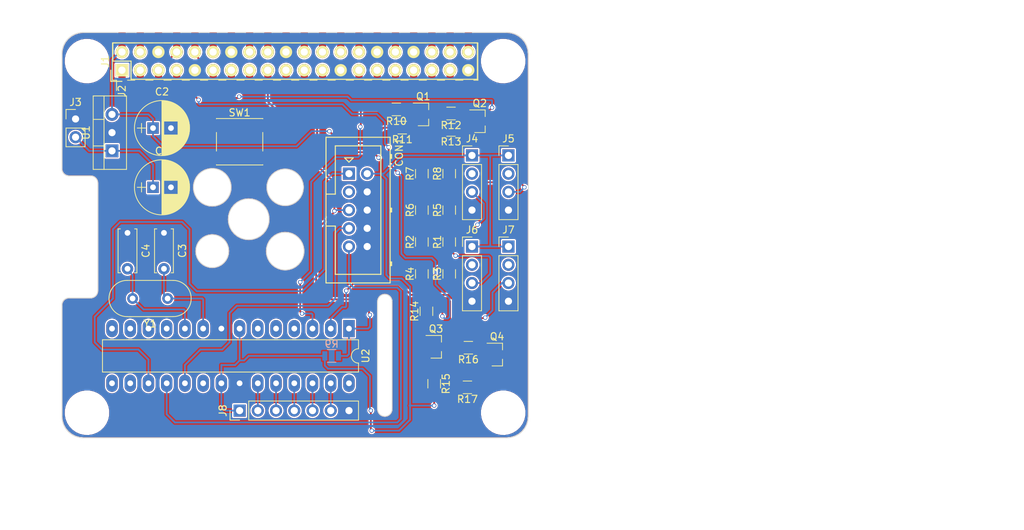
<source format=kicad_pcb>
(kicad_pcb (version 4) (host pcbnew 4.0.7)
  (layers (0 F.Cu signal) (31 B.Cu signal) (34 B.Paste user) (35 F.Paste user) (36 B.SilkS user) (37 F.SilkS user) (38 B.Mask user) (39 F.Mask user) (44 Edge.Cuts user))
  (net 0 "")
  (net 1 GND)
  (net 2 BCM2_SDA)
  (net 3 BCM3_SCL)
  (net 4 BCM4_GPCLK0)
  (net 5 +3V3)
  (net 6 +5V)
  (net 7 BCM14_TXD)
  (net 8 BCM15_RXD)
  (net 9 BCM17)
  (net 10 BCM18_PCM_C)
  (net 11 BCM27_PCM_D)
  (net 12 BCM22)
  (net 13 BCM23)
  (net 14 BCM24)
  (net 15 BCM10_MOSI)
  (net 16 BCM9_MISO)
  (net 17 BCM25)
  (net 18 BCM11_SCLK)
  (net 19 BCM8_CE0)
  (net 20 BCM7_CE1)
  (net 21 BCM0_ID_SD)
  (net 22 BCM1_ID_SC)
  (net 23 BCM5)
  (net 24 BCM6)
  (net 25 BCM12)
  (net 26 BCM13)
  (net 27 BCM19_MISO)
  (net 28 BCM16)
  (net 29 BCM26)
  (net 30 BCM20_MOSI)
  (net 31 BCM21_SCLK)
  (net 32 +7.5V)
  (net 33 TRIG_4)
  (net 34 "Net-(J4-Pad3)")
  (net 35 TRIG_2)
  (net 36 "Net-(J5-Pad3)")
  (net 37 TRIG_1)
  (net 38 "Net-(J6-Pad3)")
  (net 39 TRIG_3)
  (net 40 "Net-(J7-Pad3)")
  (net 41 ECHO_1)
  (net 42 ECHO_3)
  (net 43 ECHO_4)
  (net 44 ECHO_2)
  (net 45 "Net-(C3-Pad2)")
  (net 46 "Net-(C4-Pad2)")
  (net 47 MOSI)
  (net 48 "Net-(CON1-Pad3)")
  (net 49 RESET_CONTR)
  (net 50 SCK)
  (net 51 MISO)
  (net 52 A0)
  (net 53 A1)
  (net 54 A2)
  (net 55 A3)
  (net 56 A4)
  (net 57 "Net-(U2-Pad15)")
  (net 58 RXD_CONTR)
  (net 59 "Net-(U2-Pad16)")
  (net 60 TXD_CONTR)
  (net 61 "Net-(U2-Pad4)")
  (net 62 "Net-(U2-Pad5)")
  (net 63 "Net-(U2-Pad6)")
  (net 64 "Net-(U2-Pad11)")
  (net 65 "Net-(U2-Pad12)")
  (net 66 "Net-(U2-Pad13)")
  (net 67 "Net-(U2-Pad14)")
  (net 68 A5)
  (net 69 "Net-(Q1-Pad1)")
  (net 70 "Net-(Q3-Pad1)")
  (net 71 "Net-(Q1-Pad3)")
  (net 72 "Net-(Q2-Pad1)")
  (net 73 "Net-(Q3-Pad3)")
  (net 74 "Net-(Q4-Pad1)")
  (module RPi_Hat:Pin_Header_Straight_2x20 (layer F.Cu) (at 131.56 67.5 90)
    (fp_text reference J2 (at -4.191 -24.13 270) (layer F.SilkS))
    (fp_text value RPi_GPIO)
    (pad 1 thru_hole rect (at -1.27 -24.13 90) (size 1.7272 1.7272) (drill 1.016) (layers *.Cu *.Mask F.SilkS) (net 5 +3V3))
    (pad 2 thru_hole oval (at 1.27 -24.13 90) (size 1.7272 1.7272) (drill 1.016) (layers *.Cu *.Mask F.SilkS) (net 6 +5V))
    (pad 3 thru_hole oval (at -1.27 -21.59 90) (size 1.7272 1.7272) (drill 1.016) (layers *.Cu *.Mask F.SilkS) (net 2 BCM2_SDA))
    (pad 4 thru_hole oval (at 1.27 -21.59 90) (size 1.7272 1.7272) (drill 1.016) (layers *.Cu *.Mask F.SilkS) (net 6 +5V))
    (pad 5 thru_hole oval (at -1.27 -19.05 90) (size 1.7272 1.7272) (drill 1.016) (layers *.Cu *.Mask F.SilkS) (net 3 BCM3_SCL))
    (pad 6 thru_hole oval (at 1.27 -19.05 90) (size 1.7272 1.7272) (drill 1.016) (layers *.Cu *.Mask F.SilkS) (net 1 GND))
    (pad 7 thru_hole oval (at -1.27 -16.51 90) (size 1.7272 1.7272) (drill 1.016) (layers *.Cu *.Mask F.SilkS) (net 4 BCM4_GPCLK0))
    (pad 8 thru_hole oval (at 1.27 -16.51 90) (size 1.7272 1.7272) (drill 1.016) (layers *.Cu *.Mask F.SilkS) (net 7 BCM14_TXD))
    (pad 9 thru_hole oval (at -1.27 -13.97 90) (size 1.7272 1.7272) (drill 1.016) (layers *.Cu *.Mask F.SilkS) (net 1 GND))
    (pad 10 thru_hole oval (at 1.27 -13.97 90) (size 1.7272 1.7272) (drill 1.016) (layers *.Cu *.Mask F.SilkS) (net 8 BCM15_RXD))
    (pad 11 thru_hole oval (at -1.27 -11.43 90) (size 1.7272 1.7272) (drill 1.016) (layers *.Cu *.Mask F.SilkS) (net 9 BCM17))
    (pad 12 thru_hole oval (at 1.27 -11.43 90) (size 1.7272 1.7272) (drill 1.016) (layers *.Cu *.Mask F.SilkS) (net 10 BCM18_PCM_C))
    (pad 13 thru_hole oval (at -1.27 -8.89 90) (size 1.7272 1.7272) (drill 1.016) (layers *.Cu *.Mask F.SilkS) (net 11 BCM27_PCM_D))
    (pad 14 thru_hole oval (at 1.27 -8.89 90) (size 1.7272 1.7272) (drill 1.016) (layers *.Cu *.Mask F.SilkS) (net 1 GND))
    (pad 15 thru_hole oval (at -1.27 -6.35 90) (size 1.7272 1.7272) (drill 1.016) (layers *.Cu *.Mask F.SilkS) (net 12 BCM22))
    (pad 16 thru_hole oval (at 1.27 -6.35 90) (size 1.7272 1.7272) (drill 1.016) (layers *.Cu *.Mask F.SilkS) (net 13 BCM23))
    (pad 17 thru_hole oval (at -1.27 -3.81 90) (size 1.7272 1.7272) (drill 1.016) (layers *.Cu *.Mask F.SilkS) (net 5 +3V3))
    (pad 18 thru_hole oval (at 1.27 -3.81 90) (size 1.7272 1.7272) (drill 1.016) (layers *.Cu *.Mask F.SilkS) (net 14 BCM24))
    (pad 19 thru_hole oval (at -1.27 -1.27 90) (size 1.7272 1.7272) (drill 1.016) (layers *.Cu *.Mask F.SilkS) (net 15 BCM10_MOSI))
    (pad 20 thru_hole oval (at 1.27 -1.27 90) (size 1.7272 1.7272) (drill 1.016) (layers *.Cu *.Mask F.SilkS) (net 1 GND))
    (pad 21 thru_hole oval (at -1.27 1.27 90) (size 1.7272 1.7272) (drill 1.016) (layers *.Cu *.Mask F.SilkS) (net 16 BCM9_MISO))
    (pad 22 thru_hole oval (at 1.27 1.27 90) (size 1.7272 1.7272) (drill 1.016) (layers *.Cu *.Mask F.SilkS) (net 17 BCM25))
    (pad 23 thru_hole oval (at -1.27 3.81 90) (size 1.7272 1.7272) (drill 1.016) (layers *.Cu *.Mask F.SilkS) (net 18 BCM11_SCLK))
    (pad 24 thru_hole oval (at 1.27 3.81 90) (size 1.7272 1.7272) (drill 1.016) (layers *.Cu *.Mask F.SilkS) (net 19 BCM8_CE0))
    (pad 25 thru_hole oval (at -1.27 6.35 90) (size 1.7272 1.7272) (drill 1.016) (layers *.Cu *.Mask F.SilkS) (net 1 GND))
    (pad 26 thru_hole oval (at 1.27 6.35 90) (size 1.7272 1.7272) (drill 1.016) (layers *.Cu *.Mask F.SilkS) (net 20 BCM7_CE1))
    (pad 27 thru_hole oval (at -1.27 8.89 90) (size 1.7272 1.7272) (drill 1.016) (layers *.Cu *.Mask F.SilkS) (net 21 BCM0_ID_SD))
    (pad 28 thru_hole oval (at 1.27 8.89 90) (size 1.7272 1.7272) (drill 1.016) (layers *.Cu *.Mask F.SilkS) (net 22 BCM1_ID_SC))
    (pad 29 thru_hole oval (at -1.27 11.43 90) (size 1.7272 1.7272) (drill 1.016) (layers *.Cu *.Mask F.SilkS) (net 23 BCM5))
    (pad 30 thru_hole oval (at 1.27 11.43 90) (size 1.7272 1.7272) (drill 1.016) (layers *.Cu *.Mask F.SilkS) (net 1 GND))
    (pad 31 thru_hole oval (at -1.27 13.97 90) (size 1.7272 1.7272) (drill 1.016) (layers *.Cu *.Mask F.SilkS) (net 24 BCM6))
    (pad 32 thru_hole oval (at 1.27 13.97 90) (size 1.7272 1.7272) (drill 1.016) (layers *.Cu *.Mask F.SilkS) (net 25 BCM12))
    (pad 33 thru_hole oval (at -1.27 16.51 90) (size 1.7272 1.7272) (drill 1.016) (layers *.Cu *.Mask F.SilkS) (net 26 BCM13))
    (pad 34 thru_hole oval (at 1.27 16.51 90) (size 1.7272 1.7272) (drill 1.016) (layers *.Cu *.Mask F.SilkS) (net 1 GND))
    (pad 35 thru_hole oval (at -1.27 19.05 90) (size 1.7272 1.7272) (drill 1.016) (layers *.Cu *.Mask F.SilkS) (net 27 BCM19_MISO))
    (pad 36 thru_hole oval (at 1.27 19.05 90) (size 1.7272 1.7272) (drill 1.016) (layers *.Cu *.Mask F.SilkS) (net 28 BCM16))
    (pad 37 thru_hole oval (at -1.27 21.59 90) (size 1.7272 1.7272) (drill 1.016) (layers *.Cu *.Mask F.SilkS) (net 29 BCM26))
    (pad 38 thru_hole oval (at 1.27 21.59 90) (size 1.7272 1.7272) (drill 1.016) (layers *.Cu *.Mask F.SilkS) (net 30 BCM20_MOSI))
    (pad 39 thru_hole oval (at -1.27 24.13 90) (size 1.7272 1.7272) (drill 1.016) (layers *.Cu *.Mask F.SilkS) (net 1 GND))
    (pad 40 thru_hole oval (at 1.27 24.13 90) (size 1.7272 1.7272) (drill 1.016) (layers *.Cu *.Mask F.SilkS) (net 31 BCM21_SCLK))
  )
  (module RPi_Hat:RPi_Hat_Mounting_Hole (layer F.Cu) (at 160.56 67.5)
    (fp_text reference "" hide)
    (fp_text value "" hide)
    (pad "" np_thru_hole circle (at 0 0) (size 2.75 2.75) (drill 2.75) (layers *.Cu *.Mask) (clearance 1.725))
  )
  (module RPi_Hat:RPi_Hat_Mounting_Hole (layer F.Cu) (at 160.56 116.5)
    (fp_text reference "" hide)
    (fp_text value "" hide)
    (pad "" np_thru_hole circle (at 0 0) (size 2.75 2.75) (drill 2.75) (layers *.Cu *.Mask) (clearance 1.725))
  )
  (module RPi_Hat:RPi_Hat_Mounting_Hole (layer F.Cu) (at 102.56 116.5)
    (fp_text reference "" hide)
    (fp_text value "" hide)
    (pad "" np_thru_hole circle (at 0 0) (size 2.75 2.75) (drill 2.75) (layers *.Cu *.Mask) (clearance 1.725))
  )
  (module RPi_Hat:RPi_Hat_Mounting_Hole (layer F.Cu) (at 102.56 67.5)
    (fp_text reference "" hide)
    (fp_text value "" hide)
    (pad "" np_thru_hole circle (at 0 0) (size 2.75 2.75) (drill 2.75) (layers *.Cu *.Mask) (clearance 1.725))
  )
  (module Pin_Headers:Pin_Header_Straight_2x20_Pitch2.54mm_SMD (layer F.Cu) (at 131.572 67.564 90)
    (fp_text reference J1 (at 0 -26.46 90) (layer F.SilkS))
    (fp_text value Conn_02x20_Odd_Even)
    (pad 1 smd rect (at -2.525 -24.13 90) (size 3.15 1) (layers F.Cu F.Paste F.Mask) (net 5 +3V3))
    (pad 2 smd rect (at 2.525 -24.13 90) (size 3.15 1) (layers F.Cu F.Paste F.Mask) (net 6 +5V))
    (pad 3 smd rect (at -2.525 -21.59 90) (size 3.15 1) (layers F.Cu F.Paste F.Mask) (net 2 BCM2_SDA))
    (pad 4 smd rect (at 2.525 -21.59 90) (size 3.15 1) (layers F.Cu F.Paste F.Mask) (net 6 +5V))
    (pad 5 smd rect (at -2.525 -19.05 90) (size 3.15 1) (layers F.Cu F.Paste F.Mask) (net 3 BCM3_SCL))
    (pad 6 smd rect (at 2.525 -19.05 90) (size 3.15 1) (layers F.Cu F.Paste F.Mask) (net 1 GND))
    (pad 7 smd rect (at -2.525 -16.51 90) (size 3.15 1) (layers F.Cu F.Paste F.Mask) (net 4 BCM4_GPCLK0))
    (pad 8 smd rect (at 2.525 -16.51 90) (size 3.15 1) (layers F.Cu F.Paste F.Mask) (net 7 BCM14_TXD))
    (pad 9 smd rect (at -2.525 -13.97 90) (size 3.15 1) (layers F.Cu F.Paste F.Mask) (net 1 GND))
    (pad 10 smd rect (at 2.525 -13.97 90) (size 3.15 1) (layers F.Cu F.Paste F.Mask) (net 8 BCM15_RXD))
    (pad 11 smd rect (at -2.525 -11.43 90) (size 3.15 1) (layers F.Cu F.Paste F.Mask) (net 9 BCM17))
    (pad 12 smd rect (at 2.525 -11.43 90) (size 3.15 1) (layers F.Cu F.Paste F.Mask) (net 10 BCM18_PCM_C))
    (pad 13 smd rect (at -2.525 -8.89 90) (size 3.15 1) (layers F.Cu F.Paste F.Mask) (net 11 BCM27_PCM_D))
    (pad 14 smd rect (at 2.525 -8.89 90) (size 3.15 1) (layers F.Cu F.Paste F.Mask) (net 1 GND))
    (pad 15 smd rect (at -2.525 -6.35 90) (size 3.15 1) (layers F.Cu F.Paste F.Mask) (net 12 BCM22))
    (pad 16 smd rect (at 2.525 -6.35 90) (size 3.15 1) (layers F.Cu F.Paste F.Mask) (net 13 BCM23))
    (pad 17 smd rect (at -2.525 -3.81 90) (size 3.15 1) (layers F.Cu F.Paste F.Mask) (net 5 +3V3))
    (pad 18 smd rect (at 2.525 -3.81 90) (size 3.15 1) (layers F.Cu F.Paste F.Mask) (net 14 BCM24))
    (pad 19 smd rect (at -2.525 -1.27 90) (size 3.15 1) (layers F.Cu F.Paste F.Mask) (net 15 BCM10_MOSI))
    (pad 20 smd rect (at 2.525 -1.27 90) (size 3.15 1) (layers F.Cu F.Paste F.Mask) (net 1 GND))
    (pad 21 smd rect (at -2.525 1.27 90) (size 3.15 1) (layers F.Cu F.Paste F.Mask) (net 16 BCM9_MISO))
    (pad 22 smd rect (at 2.525 1.27 90) (size 3.15 1) (layers F.Cu F.Paste F.Mask) (net 17 BCM25))
    (pad 23 smd rect (at -2.525 3.81 90) (size 3.15 1) (layers F.Cu F.Paste F.Mask) (net 18 BCM11_SCLK))
    (pad 24 smd rect (at 2.525 3.81 90) (size 3.15 1) (layers F.Cu F.Paste F.Mask) (net 19 BCM8_CE0))
    (pad 25 smd rect (at -2.525 6.35 90) (size 3.15 1) (layers F.Cu F.Paste F.Mask) (net 1 GND))
    (pad 26 smd rect (at 2.525 6.35 90) (size 3.15 1) (layers F.Cu F.Paste F.Mask) (net 20 BCM7_CE1))
    (pad 27 smd rect (at -2.525 8.89 90) (size 3.15 1) (layers F.Cu F.Paste F.Mask) (net 21 BCM0_ID_SD))
    (pad 28 smd rect (at 2.525 8.89 90) (size 3.15 1) (layers F.Cu F.Paste F.Mask) (net 22 BCM1_ID_SC))
    (pad 29 smd rect (at -2.525 11.43 90) (size 3.15 1) (layers F.Cu F.Paste F.Mask) (net 23 BCM5))
    (pad 30 smd rect (at 2.525 11.43 90) (size 3.15 1) (layers F.Cu F.Paste F.Mask) (net 1 GND))
    (pad 31 smd rect (at -2.525 13.97 90) (size 3.15 1) (layers F.Cu F.Paste F.Mask) (net 24 BCM6))
    (pad 32 smd rect (at 2.525 13.97 90) (size 3.15 1) (layers F.Cu F.Paste F.Mask) (net 25 BCM12))
    (pad 33 smd rect (at -2.525 16.51 90) (size 3.15 1) (layers F.Cu F.Paste F.Mask) (net 26 BCM13))
    (pad 34 smd rect (at 2.525 16.51 90) (size 3.15 1) (layers F.Cu F.Paste F.Mask) (net 1 GND))
    (pad 35 smd rect (at -2.525 19.05 90) (size 3.15 1) (layers F.Cu F.Paste F.Mask) (net 27 BCM19_MISO))
    (pad 36 smd rect (at 2.525 19.05 90) (size 3.15 1) (layers F.Cu F.Paste F.Mask) (net 28 BCM16))
    (pad 37 smd rect (at -2.525 21.59 90) (size 3.15 1) (layers F.Cu F.Paste F.Mask) (net 29 BCM26))
    (pad 38 smd rect (at 2.525 21.59 90) (size 3.15 1) (layers F.Cu F.Paste F.Mask) (net 30 BCM20_MOSI))
    (pad 39 smd rect (at -2.525 24.13 90) (size 3.15 1) (layers F.Cu F.Paste F.Mask) (net 1 GND))
    (pad 40 smd rect (at 2.525 24.13 90) (size 3.15 1) (layers F.Cu F.Paste F.Mask) (net 31 BCM21_SCLK))
  )
  (module Capacitors_THT:CP_Radial_D7.5mm_P2.50mm (layer F.Cu) (at 111.76 85.09)
    (fp_text reference C1 (at 1.25 -5.06) (layer F.SilkS))
    (fp_text value CP)
    (pad 1 thru_hole rect (at 0 0) (size 1.6 1.6) (drill 0.8) (layers *.Cu *.Mask) (net 32 +7.5V))
    (pad 2 thru_hole circle (at 2.5 0) (size 1.6 1.6) (drill 0.8) (layers *.Cu *.Mask) (net 1 GND))
  )
  (module Capacitors_THT:CP_Radial_D7.5mm_P2.50mm (layer F.Cu) (at 111.76 76.835)
    (fp_text reference C2 (at 1.25 -5.06) (layer F.SilkS))
    (fp_text value CP)
    (pad 1 thru_hole rect (at 0 0) (size 1.6 1.6) (drill 0.8) (layers *.Cu *.Mask) (net 6 +5V))
    (pad 2 thru_hole circle (at 2.5 0) (size 1.6 1.6) (drill 0.8) (layers *.Cu *.Mask) (net 1 GND))
  )
  (module Socket_Strips:Socket_Strip_Straight_1x02_Pitch2.54mm (layer F.Cu) (at 100.965 75.565)
    (fp_text reference J3 (at 0 -2.33) (layer F.SilkS))
    (fp_text value Conn_01x02_Female)
    (pad 1 thru_hole rect (at 0 0) (size 1.7 1.7) (drill 1) (layers *.Cu *.Mask) (net 1 GND))
    (pad 2 thru_hole oval (at 0 2.54) (size 1.7 1.7) (drill 1) (layers *.Cu *.Mask) (net 32 +7.5V))
  )
  (module TO_SOT_Packages_THT:TO-220-3_Vertical (layer F.Cu) (at 106.045 80.01 90)
    (fp_text reference U1 (at 2.54 -3.62 90) (layer F.SilkS))
    (fp_text value LM7805_TO220)
    (pad 1 thru_hole rect (at 0 0 90) (size 1.8 1.8) (drill 1) (layers *.Cu *.Mask) (net 32 +7.5V))
    (pad 2 thru_hole oval (at 2.54 0 90) (size 1.8 1.8) (drill 1) (layers *.Cu *.Mask) (net 1 GND))
    (pad 3 thru_hole oval (at 5.08 0 90) (size 1.8 1.8) (drill 1) (layers *.Cu *.Mask) (net 6 +5V))
  )
  (module Socket_Strips:Socket_Strip_Straight_1x04_Pitch2.54mm (layer F.Cu) (at 156.21 80.645)
    (fp_text reference J4 (at 0 -2.33) (layer F.SilkS))
    (fp_text value Conn_01x04_Female)
    (pad 1 thru_hole rect (at 0 0) (size 1.7 1.7) (drill 1) (layers *.Cu *.Mask) (net 6 +5V))
    (pad 2 thru_hole oval (at 0 2.54) (size 1.7 1.7) (drill 1) (layers *.Cu *.Mask) (net 33 TRIG_4))
    (pad 3 thru_hole oval (at 0 5.08) (size 1.7 1.7) (drill 1) (layers *.Cu *.Mask) (net 34 "Net-(J4-Pad3)"))
    (pad 4 thru_hole oval (at 0 7.62) (size 1.7 1.7) (drill 1) (layers *.Cu *.Mask) (net 1 GND))
  )
  (module Socket_Strips:Socket_Strip_Straight_1x04_Pitch2.54mm (layer F.Cu) (at 161.29 80.645)
    (fp_text reference J5 (at 0 -2.33) (layer F.SilkS))
    (fp_text value Conn_01x04_Female)
    (pad 1 thru_hole rect (at 0 0) (size 1.7 1.7) (drill 1) (layers *.Cu *.Mask) (net 6 +5V))
    (pad 2 thru_hole oval (at 0 2.54) (size 1.7 1.7) (drill 1) (layers *.Cu *.Mask) (net 35 TRIG_2))
    (pad 3 thru_hole oval (at 0 5.08) (size 1.7 1.7) (drill 1) (layers *.Cu *.Mask) (net 36 "Net-(J5-Pad3)"))
    (pad 4 thru_hole oval (at 0 7.62) (size 1.7 1.7) (drill 1) (layers *.Cu *.Mask) (net 1 GND))
  )
  (module Socket_Strips:Socket_Strip_Straight_1x04_Pitch2.54mm (layer F.Cu) (at 156.21 93.345)
    (fp_text reference J6 (at 0 -2.33) (layer F.SilkS))
    (fp_text value Conn_01x04_Female)
    (pad 1 thru_hole rect (at 0 0) (size 1.7 1.7) (drill 1) (layers *.Cu *.Mask) (net 6 +5V))
    (pad 2 thru_hole oval (at 0 2.54) (size 1.7 1.7) (drill 1) (layers *.Cu *.Mask) (net 37 TRIG_1))
    (pad 3 thru_hole oval (at 0 5.08) (size 1.7 1.7) (drill 1) (layers *.Cu *.Mask) (net 38 "Net-(J6-Pad3)"))
    (pad 4 thru_hole oval (at 0 7.62) (size 1.7 1.7) (drill 1) (layers *.Cu *.Mask) (net 1 GND))
  )
  (module Socket_Strips:Socket_Strip_Straight_1x04_Pitch2.54mm (layer F.Cu) (at 161.29 93.345)
    (fp_text reference J7 (at 0 -2.33) (layer F.SilkS))
    (fp_text value Conn_01x04_Female)
    (pad 1 thru_hole rect (at 0 0) (size 1.7 1.7) (drill 1) (layers *.Cu *.Mask) (net 6 +5V))
    (pad 2 thru_hole oval (at 0 2.54) (size 1.7 1.7) (drill 1) (layers *.Cu *.Mask) (net 39 TRIG_3))
    (pad 3 thru_hole oval (at 0 5.08) (size 1.7 1.7) (drill 1) (layers *.Cu *.Mask) (net 40 "Net-(J7-Pad3)"))
    (pad 4 thru_hole oval (at 0 7.62) (size 1.7 1.7) (drill 1) (layers *.Cu *.Mask) (net 1 GND))
  )
  (module Resistors_SMD:R_0805 (layer F.Cu) (at 153.035 92.71 90)
    (fp_text reference R1 (at 0 -1.65 90) (layer F.SilkS))
    (fp_text value 330R)
    (pad 1 smd rect (at -0.95 0 90) (size 0.7 1.3) (layers F.Cu F.Paste F.Mask) (net 38 "Net-(J6-Pad3)"))
    (pad 2 smd rect (at 0.95 0 90) (size 0.7 1.3) (layers F.Cu F.Paste F.Mask) (net 41 ECHO_1))
  )
  (module Resistors_SMD:R_0805 (layer F.Cu) (at 149.225 92.71 90)
    (fp_text reference R2 (at 0 -1.65 90) (layer F.SilkS))
    (fp_text value 470R)
    (pad 1 smd rect (at -0.95 0 90) (size 0.7 1.3) (layers F.Cu F.Paste F.Mask) (net 41 ECHO_1))
    (pad 2 smd rect (at 0.95 0 90) (size 0.7 1.3) (layers F.Cu F.Paste F.Mask) (net 1 GND))
  )
  (module Resistors_SMD:R_0805 (layer F.Cu) (at 153.035 97.155 90)
    (fp_text reference R3 (at 0 -1.65 90) (layer F.SilkS))
    (fp_text value R)
    (pad 1 smd rect (at -0.95 0 90) (size 0.7 1.3) (layers F.Cu F.Paste F.Mask) (net 40 "Net-(J7-Pad3)"))
    (pad 2 smd rect (at 0.95 0 90) (size 0.7 1.3) (layers F.Cu F.Paste F.Mask) (net 42 ECHO_3))
  )
  (module Resistors_SMD:R_0805 (layer F.Cu) (at 149.225 97.155 90)
    (fp_text reference R4 (at 0 -1.65 90) (layer F.SilkS))
    (fp_text value R)
    (pad 1 smd rect (at -0.95 0 90) (size 0.7 1.3) (layers F.Cu F.Paste F.Mask) (net 42 ECHO_3))
    (pad 2 smd rect (at 0.95 0 90) (size 0.7 1.3) (layers F.Cu F.Paste F.Mask) (net 1 GND))
  )
  (module Resistors_SMD:R_0805 (layer F.Cu) (at 153.035 88.265 90)
    (fp_text reference R5 (at 0 -1.65 90) (layer F.SilkS))
    (fp_text value R)
    (pad 1 smd rect (at -0.95 0 90) (size 0.7 1.3) (layers F.Cu F.Paste F.Mask) (net 34 "Net-(J4-Pad3)"))
    (pad 2 smd rect (at 0.95 0 90) (size 0.7 1.3) (layers F.Cu F.Paste F.Mask) (net 43 ECHO_4))
  )
  (module Resistors_SMD:R_0805 (layer F.Cu) (at 149.225 88.265 90)
    (fp_text reference R6 (at 0 -1.65 90) (layer F.SilkS))
    (fp_text value R)
    (pad 1 smd rect (at -0.95 0 90) (size 0.7 1.3) (layers F.Cu F.Paste F.Mask) (net 43 ECHO_4))
    (pad 2 smd rect (at 0.95 0 90) (size 0.7 1.3) (layers F.Cu F.Paste F.Mask) (net 1 GND))
  )
  (module Resistors_SMD:R_0805 (layer F.Cu) (at 149.225 83.185 90)
    (fp_text reference R7 (at 0 -1.65 90) (layer F.SilkS))
    (fp_text value 330R)
    (pad 1 smd rect (at -0.95 0 90) (size 0.7 1.3) (layers F.Cu F.Paste F.Mask) (net 36 "Net-(J5-Pad3)"))
    (pad 2 smd rect (at 0.95 0 90) (size 0.7 1.3) (layers F.Cu F.Paste F.Mask) (net 44 ECHO_2))
  )
  (module Resistors_SMD:R_0805 (layer F.Cu) (at 153.035 83.185 90)
    (fp_text reference R8 (at 0 -1.65 90) (layer F.SilkS))
    (fp_text value 470R)
    (pad 1 smd rect (at -0.95 0 90) (size 0.7 1.3) (layers F.Cu F.Paste F.Mask) (net 44 ECHO_2))
    (pad 2 smd rect (at 0.95 0 90) (size 0.7 1.3) (layers F.Cu F.Paste F.Mask) (net 1 GND))
  )
  (module Capacitors_THT:C_Disc_D6.0mm_W2.5mm_P5.00mm (layer F.Cu) (at 113.284 91.44 270)
    (fp_text reference C3 (at 2.5 -2.56 270) (layer F.SilkS))
    (fp_text value C)
    (pad 1 thru_hole circle (at 0 0 270) (size 1.6 1.6) (drill 0.8) (layers *.Cu *.Mask) (net 1 GND))
    (pad 2 thru_hole circle (at 5 0 270) (size 1.6 1.6) (drill 0.8) (layers *.Cu *.Mask) (net 45 "Net-(C3-Pad2)"))
  )
  (module Capacitors_THT:C_Disc_D6.0mm_W2.5mm_P5.00mm (layer F.Cu) (at 108.204 91.44 270)
    (fp_text reference C4 (at 2.5 -2.56 270) (layer F.SilkS))
    (fp_text value C)
    (pad 1 thru_hole circle (at 0 0 270) (size 1.6 1.6) (drill 0.8) (layers *.Cu *.Mask) (net 1 GND))
    (pad 2 thru_hole circle (at 5 0 270) (size 1.6 1.6) (drill 0.8) (layers *.Cu *.Mask) (net 46 "Net-(C4-Pad2)"))
  )
  (module Connectors_Multicomp:Multicomp_MC9A12-1034_2x05x2.54mm_Straight (layer F.Cu) (at 139.065 83.185 270)
    (fp_text reference CON1 (at -3 -7 270) (layer F.SilkS))
    (fp_text value AVR-ISP-10)
    (pad 1 thru_hole rect (at 0 0 270) (size 1.7 1.7) (drill 1) (layers *.Cu *.Mask) (net 47 MOSI))
    (pad 2 thru_hole circle (at 0 -2.54 270) (size 1.7 1.7) (drill 1) (layers *.Cu *.Mask) (net 6 +5V))
    (pad 3 thru_hole circle (at 2.54 0 270) (size 1.7 1.7) (drill 1) (layers *.Cu *.Mask) (net 48 "Net-(CON1-Pad3)"))
    (pad 4 thru_hole circle (at 2.54 -2.54 270) (size 1.7 1.7) (drill 1) (layers *.Cu *.Mask) (net 1 GND))
    (pad 5 thru_hole circle (at 5.08 0 270) (size 1.7 1.7) (drill 1) (layers *.Cu *.Mask) (net 49 RESET_CONTR))
    (pad 6 thru_hole circle (at 5.08 -2.54 270) (size 1.7 1.7) (drill 1) (layers *.Cu *.Mask) (net 1 GND))
    (pad 7 thru_hole circle (at 7.62 0 270) (size 1.7 1.7) (drill 1) (layers *.Cu *.Mask) (net 50 SCK))
    (pad 8 thru_hole circle (at 7.62 -2.54 270) (size 1.7 1.7) (drill 1) (layers *.Cu *.Mask) (net 1 GND))
    (pad 9 thru_hole circle (at 10.16 0 270) (size 1.7 1.7) (drill 1) (layers *.Cu *.Mask) (net 51 MISO))
    (pad 10 thru_hole circle (at 10.16 -2.54 270) (size 1.7 1.7) (drill 1) (layers *.Cu *.Mask) (net 1 GND))
  )
  (module Socket_Strips:Socket_Strip_Straight_1x07_Pitch2.54mm (layer F.Cu) (at 123.825 116.205 90)
    (fp_text reference J8 (at 0 -2.33 90) (layer F.SilkS))
    (fp_text value Conn_01x07_Female)
    (pad 1 thru_hole rect (at 0 0 90) (size 1.7 1.7) (drill 1) (layers *.Cu *.Mask) (net 6 +5V))
    (pad 2 thru_hole oval (at 0 2.54 90) (size 1.7 1.7) (drill 1) (layers *.Cu *.Mask) (net 52 A0))
    (pad 3 thru_hole oval (at 0 5.08 90) (size 1.7 1.7) (drill 1) (layers *.Cu *.Mask) (net 53 A1))
    (pad 4 thru_hole oval (at 0 7.62 90) (size 1.7 1.7) (drill 1) (layers *.Cu *.Mask) (net 54 A2))
    (pad 5 thru_hole oval (at 0 10.16 90) (size 1.7 1.7) (drill 1) (layers *.Cu *.Mask) (net 55 A3))
    (pad 6 thru_hole oval (at 0 12.7 90) (size 1.7 1.7) (drill 1) (layers *.Cu *.Mask) (net 56 A4))
    (pad 7 thru_hole oval (at 0 15.24 90) (size 1.7 1.7) (drill 1) (layers *.Cu *.Mask) (net 1 GND))
  )
  (module Resistors_SMD:R_0805 (layer B.Cu) (at 136.652 108.585 180)
    (fp_text reference R9 (at 0 1.65 180) (layer B.SilkS) (effects (justify mirror)))
    (fp_text value R)
    (pad 1 smd rect (at -0.95 0 180) (size 0.7 1.3) (layers B.Cu B.Paste B.Mask) (net 49 RESET_CONTR))
    (pad 2 smd rect (at 0.95 0 180) (size 0.7 1.3) (layers B.Cu B.Paste B.Mask) (net 6 +5V))
  )
  (module Buttons_Switches_SMD:SW_SPST_PTS645 (layer F.Cu) (at 123.825 78.74)
    (fp_text reference SW1 (at 0 -4.05) (layer F.SilkS))
    (fp_text value SW_Push)
    (pad 2 smd rect (at -3.98 2.25) (size 1.55 1.3) (layers F.Cu F.Paste F.Mask) (net 1 GND))
    (pad 1 smd rect (at -3.98 -2.25) (size 1.55 1.3) (layers F.Cu F.Paste F.Mask) (net 49 RESET_CONTR))
    (pad 1 smd rect (at 3.98 -2.25) (size 1.55 1.3) (layers F.Cu F.Paste F.Mask) (net 49 RESET_CONTR))
    (pad 2 smd rect (at 3.98 2.25) (size 1.55 1.3) (layers F.Cu F.Paste F.Mask) (net 1 GND))
  )
  (module Housings_DIP:DIP-28_W7.62mm_LongPads (layer F.Cu) (at 139.065 104.775 270)
    (fp_text reference U2 (at 3.81 -2.33 270) (layer F.SilkS))
    (fp_text value ATMEGA328P-PU)
    (pad 1 thru_hole rect (at 0 0 270) (size 2.4 1.6) (drill 0.8) (layers *.Cu *.Mask) (net 49 RESET_CONTR))
    (pad 15 thru_hole oval (at 7.62 33.02 270) (size 2.4 1.6) (drill 0.8) (layers *.Cu *.Mask) (net 57 "Net-(U2-Pad15)"))
    (pad 2 thru_hole oval (at 0 2.54 270) (size 2.4 1.6) (drill 0.8) (layers *.Cu *.Mask) (net 58 RXD_CONTR))
    (pad 16 thru_hole oval (at 7.62 30.48 270) (size 2.4 1.6) (drill 0.8) (layers *.Cu *.Mask) (net 59 "Net-(U2-Pad16)"))
    (pad 3 thru_hole oval (at 0 5.08 270) (size 2.4 1.6) (drill 0.8) (layers *.Cu *.Mask) (net 60 TXD_CONTR))
    (pad 17 thru_hole oval (at 7.62 27.94 270) (size 2.4 1.6) (drill 0.8) (layers *.Cu *.Mask) (net 47 MOSI))
    (pad 4 thru_hole oval (at 0 7.62 270) (size 2.4 1.6) (drill 0.8) (layers *.Cu *.Mask) (net 61 "Net-(U2-Pad4)"))
    (pad 18 thru_hole oval (at 7.62 25.4 270) (size 2.4 1.6) (drill 0.8) (layers *.Cu *.Mask) (net 51 MISO))
    (pad 5 thru_hole oval (at 0 10.16 270) (size 2.4 1.6) (drill 0.8) (layers *.Cu *.Mask) (net 62 "Net-(U2-Pad5)"))
    (pad 19 thru_hole oval (at 7.62 22.86 270) (size 2.4 1.6) (drill 0.8) (layers *.Cu *.Mask) (net 50 SCK))
    (pad 6 thru_hole oval (at 0 12.7 270) (size 2.4 1.6) (drill 0.8) (layers *.Cu *.Mask) (net 63 "Net-(U2-Pad6)"))
    (pad 20 thru_hole oval (at 7.62 20.32 270) (size 2.4 1.6) (drill 0.8) (layers *.Cu *.Mask) (net 6 +5V))
    (pad 7 thru_hole oval (at 0 15.24 270) (size 2.4 1.6) (drill 0.8) (layers *.Cu *.Mask) (net 6 +5V))
    (pad 21 thru_hole oval (at 7.62 17.78 270) (size 2.4 1.6) (drill 0.8) (layers *.Cu *.Mask) (net 6 +5V))
    (pad 8 thru_hole oval (at 0 17.78 270) (size 2.4 1.6) (drill 0.8) (layers *.Cu *.Mask) (net 1 GND))
    (pad 22 thru_hole oval (at 7.62 15.24 270) (size 2.4 1.6) (drill 0.8) (layers *.Cu *.Mask) (net 1 GND))
    (pad 9 thru_hole oval (at 0 20.32 270) (size 2.4 1.6) (drill 0.8) (layers *.Cu *.Mask) (net 45 "Net-(C3-Pad2)"))
    (pad 23 thru_hole oval (at 7.62 12.7 270) (size 2.4 1.6) (drill 0.8) (layers *.Cu *.Mask) (net 52 A0))
    (pad 10 thru_hole oval (at 0 22.86 270) (size 2.4 1.6) (drill 0.8) (layers *.Cu *.Mask) (net 46 "Net-(C4-Pad2)"))
    (pad 24 thru_hole oval (at 7.62 10.16 270) (size 2.4 1.6) (drill 0.8) (layers *.Cu *.Mask) (net 53 A1))
    (pad 11 thru_hole oval (at 0 25.4 270) (size 2.4 1.6) (drill 0.8) (layers *.Cu *.Mask) (net 64 "Net-(U2-Pad11)"))
    (pad 25 thru_hole oval (at 7.62 7.62 270) (size 2.4 1.6) (drill 0.8) (layers *.Cu *.Mask) (net 54 A2))
    (pad 12 thru_hole oval (at 0 27.94 270) (size 2.4 1.6) (drill 0.8) (layers *.Cu *.Mask) (net 65 "Net-(U2-Pad12)"))
    (pad 26 thru_hole oval (at 7.62 5.08 270) (size 2.4 1.6) (drill 0.8) (layers *.Cu *.Mask) (net 55 A3))
    (pad 13 thru_hole oval (at 0 30.48 270) (size 2.4 1.6) (drill 0.8) (layers *.Cu *.Mask) (net 66 "Net-(U2-Pad13)"))
    (pad 27 thru_hole oval (at 7.62 2.54 270) (size 2.4 1.6) (drill 0.8) (layers *.Cu *.Mask) (net 56 A4))
    (pad 14 thru_hole oval (at 0 33.02 270) (size 2.4 1.6) (drill 0.8) (layers *.Cu *.Mask) (net 67 "Net-(U2-Pad14)"))
    (pad 28 thru_hole oval (at 7.62 0 270) (size 2.4 1.6) (drill 0.8) (layers *.Cu *.Mask) (net 68 A5))
  )
  (module Crystals:Crystal_HC49-4H_Vertical (layer F.Cu) (at 113.792 100.584 180)
    (fp_text reference Y1 (at 2.44 -3.525 180) (layer F.SilkS))
    (fp_text value Crystal)
    (pad 1 thru_hole circle (at 0 0 180) (size 1.5 1.5) (drill 0.8) (layers *.Cu *.Mask) (net 45 "Net-(C3-Pad2)"))
    (pad 2 thru_hole circle (at 4.88 0 180) (size 1.5 1.5) (drill 0.8) (layers *.Cu *.Mask) (net 46 "Net-(C4-Pad2)"))
  )
  (module Resistors_SMD:R_0805 (layer F.Cu) (at 145.669 74.2315 180)
    (fp_text reference R10 (at 0 -1.65 180) (layer F.SilkS))
    (fp_text value R)
    (pad 1 smd rect (at -0.95 0 180) (size 0.7 1.3) (layers F.Cu F.Paste F.Mask) (net 69 "Net-(Q1-Pad1)"))
    (pad 2 smd rect (at 0.95 0 180) (size 0.7 1.3) (layers F.Cu F.Paste F.Mask) (net 60 TXD_CONTR))
  )
  (module Resistors_SMD:R_0805 (layer F.Cu) (at 146.4945 76.7715 180)
    (fp_text reference R11 (at 0 -1.65 180) (layer F.SilkS))
    (fp_text value R)
    (pad 1 smd rect (at -0.95 0 180) (size 0.7 1.3) (layers F.Cu F.Paste F.Mask) (net 71 "Net-(Q1-Pad3)"))
    (pad 2 smd rect (at 0.95 0 180) (size 0.7 1.3) (layers F.Cu F.Paste F.Mask) (net 5 +3V3))
  )
  (module Resistors_SMD:R_0805 (layer F.Cu) (at 153.289 74.803 180)
    (fp_text reference R12 (at 0 -1.65 180) (layer F.SilkS))
    (fp_text value R)
    (pad 1 smd rect (at -0.95 0 180) (size 0.7 1.3) (layers F.Cu F.Paste F.Mask) (net 72 "Net-(Q2-Pad1)"))
    (pad 2 smd rect (at 0.95 0 180) (size 0.7 1.3) (layers F.Cu F.Paste F.Mask) (net 71 "Net-(Q1-Pad3)"))
  )
  (module Resistors_SMD:R_0805 (layer F.Cu) (at 153.289 77.089 180)
    (fp_text reference R13 (at 0 -1.65 180) (layer F.SilkS))
    (fp_text value R)
    (pad 1 smd rect (at -0.95 0 180) (size 0.7 1.3) (layers F.Cu F.Paste F.Mask) (net 8 BCM15_RXD))
    (pad 2 smd rect (at 0.95 0 180) (size 0.7 1.3) (layers F.Cu F.Paste F.Mask) (net 5 +3V3))
  )
  (module Resistors_SMD:R_0805 (layer F.Cu) (at 149.86 102.362 90)
    (fp_text reference R14 (at 0 -1.65 90) (layer F.SilkS))
    (fp_text value R)
    (pad 1 smd rect (at -0.95 0 90) (size 0.7 1.3) (layers F.Cu F.Paste F.Mask) (net 70 "Net-(Q3-Pad1)"))
    (pad 2 smd rect (at 0.95 0 90) (size 0.7 1.3) (layers F.Cu F.Paste F.Mask) (net 7 BCM14_TXD))
  )
  (module Resistors_SMD:R_0805 (layer F.Cu) (at 150.9395 112.4585 270)
    (fp_text reference R15 (at 0 -1.65 270) (layer F.SilkS))
    (fp_text value R)
    (pad 1 smd rect (at -0.95 0 270) (size 0.7 1.3) (layers F.Cu F.Paste F.Mask) (net 73 "Net-(Q3-Pad3)"))
    (pad 2 smd rect (at 0.95 0 270) (size 0.7 1.3) (layers F.Cu F.Paste F.Mask) (net 6 +5V))
  )
  (module Resistors_SMD:R_0805 (layer F.Cu) (at 155.702 107.442 180)
    (fp_text reference R16 (at 0 -1.65 180) (layer F.SilkS))
    (fp_text value R)
    (pad 1 smd rect (at -0.95 0 180) (size 0.7 1.3) (layers F.Cu F.Paste F.Mask) (net 74 "Net-(Q4-Pad1)"))
    (pad 2 smd rect (at 0.95 0 180) (size 0.7 1.3) (layers F.Cu F.Paste F.Mask) (net 73 "Net-(Q3-Pad3)"))
  )
  (module Resistors_SMD:R_0805 (layer F.Cu) (at 155.575 112.9665 180)
    (fp_text reference R17 (at 0 -1.65 180) (layer F.SilkS))
    (fp_text value R)
    (pad 1 smd rect (at -0.95 0 180) (size 0.7 1.3) (layers F.Cu F.Paste F.Mask) (net 58 RXD_CONTR))
    (pad 2 smd rect (at 0.95 0 180) (size 0.7 1.3) (layers F.Cu F.Paste F.Mask) (net 6 +5V))
  )
  (module TO_SOT_Packages_SMD:SOT-23 (layer F.Cu) (at 149.4155 74.93)
    (fp_text reference Q1 (at 0 -2.5) (layer F.SilkS))
    (fp_text value BC818)
    (pad 1 smd rect (at -1 -0.95) (size 0.9 0.8) (layers F.Cu F.Paste F.Mask) (net 69 "Net-(Q1-Pad1)"))
    (pad 2 smd rect (at -1 0.95) (size 0.9 0.8) (layers F.Cu F.Paste F.Mask) (net 1 GND))
    (pad 3 smd rect (at 1 0) (size 0.9 0.8) (layers F.Cu F.Paste F.Mask) (net 71 "Net-(Q1-Pad3)"))
  )
  (module TO_SOT_Packages_SMD:SOT-23 (layer F.Cu) (at 157.2895 75.8825)
    (fp_text reference Q2 (at 0 -2.5) (layer F.SilkS))
    (fp_text value BC818)
    (pad 1 smd rect (at -1 -0.95) (size 0.9 0.8) (layers F.Cu F.Paste F.Mask) (net 72 "Net-(Q2-Pad1)"))
    (pad 2 smd rect (at -1 0.95) (size 0.9 0.8) (layers F.Cu F.Paste F.Mask) (net 1 GND))
    (pad 3 smd rect (at 1 0) (size 0.9 0.8) (layers F.Cu F.Paste F.Mask) (net 8 BCM15_RXD))
  )
  (module TO_SOT_Packages_SMD:SOT-23 (layer F.Cu) (at 151.1935 107.315)
    (fp_text reference Q3 (at 0 -2.5) (layer F.SilkS))
    (fp_text value BC818)
    (pad 1 smd rect (at -1 -0.95) (size 0.9 0.8) (layers F.Cu F.Paste F.Mask) (net 70 "Net-(Q3-Pad1)"))
    (pad 2 smd rect (at -1 0.95) (size 0.9 0.8) (layers F.Cu F.Paste F.Mask) (net 1 GND))
    (pad 3 smd rect (at 1 0) (size 0.9 0.8) (layers F.Cu F.Paste F.Mask) (net 73 "Net-(Q3-Pad3)"))
  )
  (module TO_SOT_Packages_SMD:SOT-23 (layer F.Cu) (at 159.7025 108.3945)
    (fp_text reference Q4 (at 0 -2.5) (layer F.SilkS))
    (fp_text value BC818)
    (pad 1 smd rect (at -1 -0.95) (size 0.9 0.8) (layers F.Cu F.Paste F.Mask) (net 74 "Net-(Q4-Pad1)"))
    (pad 2 smd rect (at -1 0.95) (size 0.9 0.8) (layers F.Cu F.Paste F.Mask) (net 1 GND))
    (pad 3 smd rect (at 1 0) (size 0.9 0.8) (layers F.Cu F.Paste F.Mask) (net 58 RXD_CONTR))
  )
  (gr_circle (center 125.095 89.535) (end 123.825 92.075) (layer Edge.Cuts) (width 0.1))
  (gr_circle (center 120.015 93.98) (end 118.745 95.885) (layer Edge.Cuts) (width 0.1))
  (gr_circle (center 120.015 85.09) (end 119.38 87.63) (layer Edge.Cuts) (width 0.1))
  (gr_circle (center 130.175 93.98) (end 129.54 96.52) (layer Edge.Cuts) (width 0.1))
  (gr_circle (center 130.175 85.09) (end 130.175 87.63) (layer Edge.Cuts) (width 0.1))
  (gr_arc (start 161.06 66.5) (end 161.06 63.5) (angle 90) (layer Edge.Cuts) (width 0.1))
  (gr_line (start 102.06 63.5) (end 161.06 63.5) (angle 90) (layer Edge.Cuts) (width 0.1))
  (gr_arc (start 102.06 66.5) (end 99.06 66.5) (angle 90) (layer Edge.Cuts) (width 0.1))
  (gr_line (start 164.06 66.5) (end 164.06 117) (angle 90) (layer Edge.Cuts) (width 0.1))
  (gr_arc (start 144.06 116) (end 143.06 116) (angle -180) (layer Edge.Cuts) (width 0.1))
  (gr_arc (start 144.06 101) (end 143.06 101) (angle 180) (layer Edge.Cuts) (width 0.1))
  (gr_line (start 145.06 101) (end 145.06 116) (angle 90) (layer Edge.Cuts) (width 0.1))
  (gr_line (start 143.06 101) (end 143.06 116) (angle 90) (layer Edge.Cuts) (width 0.1))
  (gr_arc (start 100.06 101.5) (end 99.06 101.5) (angle 90) (layer Edge.Cuts) (width 0.1))
  (gr_arc (start 103.06 99.5) (end 104.06 99.5) (angle 90) (layer Edge.Cuts) (width 0.1))
  (gr_arc (start 103.06 84.5) (end 103.06 83.5) (angle 90) (layer Edge.Cuts) (width 0.1))
  (gr_arc (start 100.06 82.5) (end 100.06 83.5) (angle 90) (layer Edge.Cuts) (width 0.1))
  (gr_arc (start 161.06 117) (end 164.06 117) (angle 90) (layer Edge.Cuts) (width 0.1))
  (gr_arc (start 102.06 117) (end 102.06 120) (angle 90) (layer Edge.Cuts) (width 0.1))
  (gr_line (start 99.06 101.5) (end 99.06 117) (layer Edge.Cuts) (width 0.1))
  (gr_line (start 99.06 66.5) (end 99.06 82.5) (layer Edge.Cuts) (width 0.1))
  (gr_line (start 100.06 100.5) (end 103.06 100.5) (layer Edge.Cuts) (width 0.1))
  (gr_line (start 100.06 83.5) (end 103.06 83.5) (layer Edge.Cuts) (width 0.1))
  (gr_line (start 104.06 84.5) (end 104.06 99.5) (layer Edge.Cuts) (width 0.1))
  (gr_line (start 102.06 120) (end 161.06 120) (angle 90) (layer Edge.Cuts) (width 0.1))
  (segment (start 145.5445 76.7715) (end 143.891 76.7715) (width 0.25) (layer F.Cu) (net 5))
  (segment (start 127.762 73.152) (end 127.762 70.089) (width 0.25) (layer F.Cu) (net 5))
  (segment (start 128.9685 74.3585) (end 127.762 73.152) (width 0.25) (layer F.Cu) (net 5))
  (segment (start 136.8425 74.3585) (end 128.9685 74.3585) (width 0.25) (layer F.Cu) (net 5))
  (segment (start 137.795 75.311) (end 136.8425 74.3585) (width 0.25) (layer F.Cu) (net 5))
  (segment (start 137.795 78.232) (end 137.795 75.311) (width 0.25) (layer F.Cu) (net 5))
  (segment (start 138.4935 78.9305) (end 137.795 78.232) (width 0.25) (layer F.Cu) (net 5))
  (segment (start 142.6845 78.9305) (end 138.4935 78.9305) (width 0.25) (layer F.Cu) (net 5))
  (segment (start 143.256 78.359) (end 142.6845 78.9305) (width 0.25) (layer F.Cu) (net 5))
  (segment (start 143.256 77.4065) (end 143.256 78.359) (width 0.25) (layer F.Cu) (net 5))
  (segment (start 143.891 76.7715) (end 143.256 77.4065) (width 0.25) (layer F.Cu) (net 5))
  (segment (start 152.339 77.089) (end 152.339 77.912) (width 0.25) (layer F.Cu) (net 5))
  (segment (start 145.5445 77.79) (end 145.5445 76.7715) (width 0.25) (layer F.Cu) (net 5))
  (segment (start 146.05 78.2955) (end 145.5445 77.79) (width 0.25) (layer F.Cu) (net 5))
  (segment (start 151.9555 78.2955) (end 146.05 78.2955) (width 0.25) (layer F.Cu) (net 5))
  (segment (start 152.339 77.912) (end 151.9555 78.2955) (width 0.25) (layer F.Cu) (net 5))
  (segment (start 111.76 76.835) (end 111.76 77.978) (width 0.25) (layer B.Cu) (net 6))
  (segment (start 143.51 81.28) (end 143.51 83.185) (width 0.25) (layer B.Cu) (net 6))
  (segment (start 143.1925 80.9625) (end 143.51 81.28) (width 0.25) (layer B.Cu) (net 6))
  (via (at 143.1925 80.9625) (size 0.6) (drill 0.4) (layers F.Cu B.Cu) (net 6))
  (segment (start 142.4305 80.2005) (end 143.1925 80.9625) (width 0.25) (layer F.Cu) (net 6))
  (segment (start 137.668 80.2005) (end 142.4305 80.2005) (width 0.25) (layer F.Cu) (net 6))
  (segment (start 136.779 79.3115) (end 137.668 80.2005) (width 0.25) (layer F.Cu) (net 6))
  (segment (start 136.779 77.724) (end 136.779 79.3115) (width 0.25) (layer F.Cu) (net 6))
  (segment (start 136.3345 77.2795) (end 136.779 77.724) (width 0.25) (layer F.Cu) (net 6))
  (via (at 136.3345 77.2795) (size 0.6) (drill 0.4) (layers F.Cu B.Cu) (net 6))
  (segment (start 133.858 77.2795) (end 136.3345 77.2795) (width 0.25) (layer B.Cu) (net 6))
  (segment (start 131.7625 79.375) (end 133.858 77.2795) (width 0.25) (layer B.Cu) (net 6))
  (segment (start 113.157 79.375) (end 131.7625 79.375) (width 0.25) (layer B.Cu) (net 6))
  (segment (start 111.76 77.978) (end 113.157 79.375) (width 0.25) (layer B.Cu) (net 6))
  (segment (start 150.9395 113.4085) (end 150.9395 115.5065) (width 0.25) (layer F.Cu) (net 6))
  (segment (start 150.9395 115.5065) (end 147.574 115.5065) (width 0.25) (layer B.Cu) (net 6))
  (via (at 150.9395 115.5065) (size 0.6) (drill 0.4) (layers F.Cu B.Cu) (net 6))
  (segment (start 147.574 115.5065) (end 147.5105 115.5065) (width 0.25) (layer B.Cu) (net 6))
  (segment (start 147.5105 115.5065) (end 147.574 115.5065) (width 0.25) (layer B.Cu) (net 6))
  (segment (start 154.625 112.9665) (end 153.797 112.9665) (width 0.25) (layer F.Cu) (net 6))
  (segment (start 153.355 113.4085) (end 150.9395 113.4085) (width 0.25) (layer F.Cu) (net 6))
  (segment (start 153.797 112.9665) (end 153.355 113.4085) (width 0.25) (layer F.Cu) (net 6))
  (segment (start 156.21 93.345) (end 158.75 93.345) (width 0.25) (layer B.Cu) (net 6))
  (segment (start 158.75 93.345) (end 158.75 80.645) (width 0.25) (layer B.Cu) (net 6))
  (segment (start 161.29 93.345) (end 156.21 93.345) (width 0.25) (layer B.Cu) (net 6))
  (segment (start 156.21 80.645) (end 146.431 80.645) (width 0.25) (layer B.Cu) (net 6))
  (segment (start 146.431 80.645) (end 143.891 83.185) (width 0.25) (layer B.Cu) (net 6))
  (segment (start 143.891 83.185) (end 143.51 83.185) (width 0.25) (layer B.Cu) (net 6))
  (segment (start 156.21 80.645) (end 158.75 80.645) (width 0.25) (layer B.Cu) (net 6))
  (segment (start 158.75 80.645) (end 161.29 80.645) (width 0.25) (layer B.Cu) (net 6))
  (segment (start 141.605 83.185) (end 143.51 83.185) (width 0.25) (layer B.Cu) (net 6))
  (segment (start 135.702 109.921) (end 135.702 108.585) (width 0.25) (layer B.Cu) (net 6))
  (segment (start 136.144 110.363) (end 135.702 109.921) (width 0.25) (layer B.Cu) (net 6))
  (segment (start 140.97 110.363) (end 136.144 110.363) (width 0.25) (layer B.Cu) (net 6))
  (segment (start 141.986 111.379) (end 140.97 110.363) (width 0.25) (layer B.Cu) (net 6))
  (segment (start 141.986 116.078) (end 141.986 111.379) (width 0.25) (layer B.Cu) (net 6))
  (segment (start 142.113 116.205) (end 141.986 116.078) (width 0.25) (layer B.Cu) (net 6))
  (via (at 142.113 116.205) (size 0.6) (drill 0.4) (layers F.Cu B.Cu) (net 6))
  (segment (start 142.113 118.872) (end 142.113 116.205) (width 0.25) (layer F.Cu) (net 6))
  (segment (start 142.24 118.999) (end 142.113 118.872) (width 0.25) (layer F.Cu) (net 6))
  (via (at 142.24 118.999) (size 0.6) (drill 0.4) (layers F.Cu B.Cu) (net 6))
  (segment (start 146.05 118.999) (end 142.24 118.999) (width 0.25) (layer B.Cu) (net 6))
  (segment (start 147.574 117.475) (end 146.05 118.999) (width 0.25) (layer B.Cu) (net 6))
  (segment (start 147.574 115.5065) (end 147.574 117.475) (width 0.25) (layer B.Cu) (net 6))
  (segment (start 143.51 83.185) (end 144.272 83.947) (width 0.25) (layer B.Cu) (net 6))
  (segment (start 144.272 83.947) (end 144.272 97.282) (width 0.25) (layer B.Cu) (net 6))
  (segment (start 144.272 97.282) (end 144.78 97.79) (width 0.25) (layer B.Cu) (net 6))
  (segment (start 144.78 97.79) (end 146.431 97.79) (width 0.25) (layer B.Cu) (net 6))
  (segment (start 146.431 97.79) (end 147.574 98.933) (width 0.25) (layer B.Cu) (net 6))
  (segment (start 147.574 98.933) (end 147.574 115.5065) (width 0.25) (layer B.Cu) (net 6))
  (segment (start 135.702 108.585) (end 125.095 108.585) (width 0.25) (layer B.Cu) (net 6))
  (segment (start 124.46 109.22) (end 123.825 109.22) (width 0.25) (layer B.Cu) (net 6))
  (segment (start 125.095 108.585) (end 124.46 109.22) (width 0.25) (layer B.Cu) (net 6))
  (segment (start 123.825 104.775) (end 123.825 109.22) (width 0.25) (layer B.Cu) (net 6))
  (segment (start 121.285 109.855) (end 121.285 112.395) (width 0.25) (layer B.Cu) (net 6))
  (segment (start 123.19 109.855) (end 121.285 109.855) (width 0.25) (layer B.Cu) (net 6))
  (segment (start 123.825 109.22) (end 123.19 109.855) (width 0.25) (layer B.Cu) (net 6))
  (segment (start 123.825 116.205) (end 121.92 116.205) (width 0.25) (layer B.Cu) (net 6))
  (segment (start 121.285 115.57) (end 121.285 112.395) (width 0.25) (layer B.Cu) (net 6))
  (segment (start 121.92 116.205) (end 121.285 115.57) (width 0.25) (layer B.Cu) (net 6))
  (segment (start 111.76 76.835) (end 111.76 75.565) (width 0.25) (layer B.Cu) (net 6))
  (segment (start 111.125 74.93) (end 106.045 74.93) (width 0.25) (layer B.Cu) (net 6))
  (segment (start 111.76 75.565) (end 111.125 74.93) (width 0.25) (layer B.Cu) (net 6))
  (segment (start 106.045 74.93) (end 106.045 67.31) (width 0.25) (layer B.Cu) (net 6))
  (segment (start 106.045 67.31) (end 107.125 66.23) (width 0.25) (layer B.Cu) (net 6))
  (segment (start 107.125 66.23) (end 107.43 66.23) (width 0.25) (layer B.Cu) (net 6))
  (segment (start 149.86 101.412) (end 151.831 101.412) (width 0.25) (layer F.Cu) (net 7))
  (segment (start 113.7285 67.5515) (end 115.05 66.23) (width 0.25) (layer F.Cu) (net 7))
  (segment (start 113.7285 71.882) (end 113.7285 67.5515) (width 0.25) (layer F.Cu) (net 7))
  (segment (start 114.2365 72.39) (end 113.7285 71.882) (width 0.25) (layer F.Cu) (net 7))
  (segment (start 117.602 72.39) (end 114.2365 72.39) (width 0.25) (layer F.Cu) (net 7))
  (segment (start 118.11 72.898) (end 117.602 72.39) (width 0.25) (layer F.Cu) (net 7))
  (via (at 118.11 72.898) (size 0.6) (drill 0.4) (layers F.Cu B.Cu) (net 7))
  (segment (start 118.11 73.406) (end 118.11 72.898) (width 0.25) (layer B.Cu) (net 7))
  (segment (start 118.237 73.533) (end 118.11 73.406) (width 0.25) (layer B.Cu) (net 7))
  (segment (start 138.176 73.533) (end 118.237 73.533) (width 0.25) (layer B.Cu) (net 7))
  (segment (start 139.5095 74.8665) (end 138.176 73.533) (width 0.25) (layer B.Cu) (net 7))
  (segment (start 142.9385 74.8665) (end 139.5095 74.8665) (width 0.25) (layer B.Cu) (net 7))
  (segment (start 144.0815 76.0095) (end 142.9385 74.8665) (width 0.25) (layer B.Cu) (net 7))
  (segment (start 144.0815 78.994) (end 144.0815 76.0095) (width 0.25) (layer B.Cu) (net 7))
  (segment (start 144.5895 79.502) (end 144.0815 78.994) (width 0.25) (layer B.Cu) (net 7))
  (via (at 144.5895 79.502) (size 0.6) (drill 0.4) (layers F.Cu B.Cu) (net 7))
  (segment (start 144.5895 81.788) (end 144.5895 79.502) (width 0.25) (layer F.Cu) (net 7))
  (segment (start 145.8595 83.058) (end 144.5895 81.788) (width 0.25) (layer F.Cu) (net 7))
  (via (at 145.8595 83.058) (size 0.6) (drill 0.4) (layers F.Cu B.Cu) (net 7))
  (segment (start 146.3675 83.566) (end 145.8595 83.058) (width 0.25) (layer B.Cu) (net 7))
  (segment (start 146.3675 94.361) (end 146.3675 83.566) (width 0.25) (layer B.Cu) (net 7))
  (segment (start 146.939 94.9325) (end 146.3675 94.361) (width 0.25) (layer B.Cu) (net 7))
  (segment (start 150.622 94.9325) (end 146.939 94.9325) (width 0.25) (layer B.Cu) (net 7))
  (segment (start 151.13 95.4405) (end 150.622 94.9325) (width 0.25) (layer B.Cu) (net 7))
  (segment (start 151.13 98.6155) (end 151.13 95.4405) (width 0.25) (layer B.Cu) (net 7))
  (segment (start 153.0985 100.584) (end 151.13 98.6155) (width 0.25) (layer B.Cu) (net 7))
  (segment (start 153.0985 103.124) (end 153.0985 100.584) (width 0.25) (layer B.Cu) (net 7))
  (segment (start 152.8445 103.378) (end 153.0985 103.124) (width 0.25) (layer B.Cu) (net 7))
  (segment (start 152.4 103.378) (end 152.8445 103.378) (width 0.25) (layer B.Cu) (net 7))
  (segment (start 152.0825 103.0605) (end 152.4 103.378) (width 0.25) (layer B.Cu) (net 7))
  (via (at 152.0825 103.0605) (size 0.6) (drill 0.4) (layers F.Cu B.Cu) (net 7))
  (segment (start 152.0825 101.6635) (end 152.0825 103.0605) (width 0.25) (layer F.Cu) (net 7))
  (segment (start 151.831 101.412) (end 152.0825 101.6635) (width 0.25) (layer F.Cu) (net 7))
  (segment (start 117.59 66.23) (end 117.59 66.5995) (width 0.25) (layer F.Cu) (net 8))
  (segment (start 117.59 66.5995) (end 118.872 67.8815) (width 0.25) (layer F.Cu) (net 8))
  (segment (start 118.872 67.8815) (end 118.872 72.263) (width 0.25) (layer F.Cu) (net 8))
  (segment (start 118.872 72.263) (end 119.253 72.644) (width 0.25) (layer F.Cu) (net 8))
  (segment (start 119.253 72.644) (end 123.571 72.644) (width 0.25) (layer F.Cu) (net 8))
  (segment (start 123.571 72.644) (end 123.7615 72.4535) (width 0.25) (layer F.Cu) (net 8))
  (via (at 123.7615 72.4535) (size 0.6) (drill 0.4) (layers F.Cu B.Cu) (net 8))
  (segment (start 123.7615 72.4535) (end 135.6995 72.4535) (width 0.25) (layer B.Cu) (net 8))
  (segment (start 135.6995 72.4535) (end 138.8745 72.4535) (width 0.25) (layer B.Cu) (net 8))
  (segment (start 138.8745 72.4535) (end 139.3825 72.9615) (width 0.25) (layer B.Cu) (net 8))
  (segment (start 139.3825 72.9615) (end 158.9405 72.9615) (width 0.25) (layer B.Cu) (net 8))
  (segment (start 158.9405 72.9615) (end 159.004 73.025) (width 0.25) (layer B.Cu) (net 8))
  (segment (start 159.004 73.025) (end 159.004 73.9775) (width 0.25) (layer B.Cu) (net 8))
  (via (at 159.004 73.9775) (size 0.6) (drill 0.4) (layers F.Cu B.Cu) (net 8))
  (segment (start 159.004 73.9775) (end 158.2895 74.692) (width 0.25) (layer F.Cu) (net 8))
  (segment (start 158.2895 74.692) (end 158.2895 75.8825) (width 0.25) (layer F.Cu) (net 8))
  (segment (start 158.2895 75.8825) (end 158.2895 78.1845) (width 0.25) (layer F.Cu) (net 8))
  (segment (start 155.255 78.105) (end 154.239 77.089) (width 0.25) (layer F.Cu) (net 8))
  (segment (start 158.21 78.105) (end 155.255 78.105) (width 0.25) (layer F.Cu) (net 8))
  (segment (start 158.2895 78.1845) (end 158.21 78.105) (width 0.25) (layer F.Cu) (net 8))
  (segment (start 111.76 81.915) (end 111.76 85.09) (width 0.25) (layer B.Cu) (net 32))
  (segment (start 102.87 80.01) (end 100.965 78.105) (width 0.25) (layer B.Cu) (net 32))
  (segment (start 106.045 80.01) (end 109.855 80.01) (width 0.25) (layer B.Cu) (net 32))
  (segment (start 109.855 80.01) (end 111.76 81.915) (width 0.25) (layer B.Cu) (net 32))
  (segment (start 106.045 80.01) (end 102.87 80.01) (width 0.25) (layer B.Cu) (net 32))
  (segment (start 153.035 89.215) (end 153.035 89.535) (width 0.25) (layer F.Cu) (net 34))
  (segment (start 153.035 89.535) (end 154.1145 90.6145) (width 0.25) (layer F.Cu) (net 34))
  (segment (start 154.1145 90.6145) (end 156.6545 90.6145) (width 0.25) (layer F.Cu) (net 34))
  (segment (start 156.6545 90.6145) (end 156.972 90.297) (width 0.25) (layer F.Cu) (net 34))
  (via (at 156.972 90.297) (size 0.6) (drill 0.4) (layers F.Cu B.Cu) (net 34))
  (segment (start 156.972 90.297) (end 157.861 89.408) (width 0.25) (layer B.Cu) (net 34))
  (segment (start 157.861 89.408) (end 157.861 87.376) (width 0.25) (layer B.Cu) (net 34))
  (segment (start 157.861 87.376) (end 156.21 85.725) (width 0.25) (layer B.Cu) (net 34))
  (segment (start 149.225 84.135) (end 149.225 85.0265) (width 0.25) (layer F.Cu) (net 36))
  (segment (start 162.8775 85.725) (end 161.29 85.725) (width 0.25) (layer B.Cu) (net 36))
  (segment (start 163.5125 85.09) (end 162.8775 85.725) (width 0.25) (layer B.Cu) (net 36))
  (via (at 163.5125 85.09) (size 0.6) (drill 0.4) (layers F.Cu B.Cu) (net 36))
  (segment (start 163.5125 85.0265) (end 163.5125 85.09) (width 0.25) (layer F.Cu) (net 36))
  (segment (start 162.8775 84.3915) (end 163.5125 85.0265) (width 0.25) (layer F.Cu) (net 36))
  (segment (start 157.6705 84.3915) (end 162.8775 84.3915) (width 0.25) (layer F.Cu) (net 36))
  (segment (start 154.813 84.3915) (end 157.6705 84.3915) (width 0.25) (layer F.Cu) (net 36))
  (segment (start 153.4795 85.725) (end 154.813 84.3915) (width 0.25) (layer F.Cu) (net 36))
  (segment (start 149.9235 85.725) (end 153.4795 85.725) (width 0.25) (layer F.Cu) (net 36))
  (segment (start 149.225 85.0265) (end 149.9235 85.725) (width 0.25) (layer F.Cu) (net 36))
  (segment (start 156.21 98.425) (end 157.48 98.425) (width 0.25) (layer B.Cu) (net 38))
  (segment (start 153.924 94.615) (end 153.035 93.726) (width 0.25) (layer F.Cu) (net 38))
  (via (at 153.924 94.615) (size 0.6) (drill 0.4) (layers F.Cu B.Cu) (net 38))
  (segment (start 153.9875 94.6785) (end 153.924 94.615) (width 0.25) (layer B.Cu) (net 38))
  (segment (start 158.5595 94.6785) (end 153.9875 94.6785) (width 0.25) (layer B.Cu) (net 38))
  (segment (start 158.75 94.869) (end 158.5595 94.6785) (width 0.25) (layer B.Cu) (net 38))
  (segment (start 158.75 97.155) (end 158.75 94.869) (width 0.25) (layer B.Cu) (net 38))
  (segment (start 157.48 98.425) (end 158.75 97.155) (width 0.25) (layer B.Cu) (net 38))
  (segment (start 153.035 93.726) (end 153.035 93.66) (width 0.25) (layer F.Cu) (net 38))
  (segment (start 153.035 98.105) (end 153.035 98.298) (width 0.25) (layer F.Cu) (net 40))
  (segment (start 153.035 98.298) (end 154.559 99.822) (width 0.25) (layer F.Cu) (net 40))
  (segment (start 154.559 99.822) (end 154.559 102.8065) (width 0.25) (layer F.Cu) (net 40))
  (segment (start 154.559 102.8065) (end 155.067 103.3145) (width 0.25) (layer F.Cu) (net 40))
  (segment (start 155.067 103.3145) (end 157.988 103.3145) (width 0.25) (layer F.Cu) (net 40))
  (segment (start 157.988 103.3145) (end 158.0515 103.251) (width 0.25) (layer F.Cu) (net 40))
  (via (at 158.0515 103.251) (size 0.6) (drill 0.4) (layers F.Cu B.Cu) (net 40))
  (segment (start 158.0515 103.251) (end 159.0675 102.235) (width 0.25) (layer B.Cu) (net 40))
  (segment (start 159.0675 102.235) (end 159.0675 99.7585) (width 0.25) (layer B.Cu) (net 40))
  (segment (start 159.0675 99.7585) (end 160.401 98.425) (width 0.25) (layer B.Cu) (net 40))
  (segment (start 160.401 98.425) (end 161.29 98.425) (width 0.25) (layer B.Cu) (net 40))
  (segment (start 149.225 93.66) (end 150.815 93.66) (width 0.25) (layer F.Cu) (net 41))
  (segment (start 151.445 91.76) (end 153.035 91.76) (width 0.25) (layer F.Cu) (net 41))
  (segment (start 151.13 92.075) (end 151.445 91.76) (width 0.25) (layer F.Cu) (net 41))
  (segment (start 151.13 93.345) (end 151.13 92.075) (width 0.25) (layer F.Cu) (net 41))
  (segment (start 150.815 93.66) (end 151.13 93.345) (width 0.25) (layer F.Cu) (net 41))
  (segment (start 149.225 98.105) (end 150.18 98.105) (width 0.25) (layer F.Cu) (net 42))
  (segment (start 151.445 96.205) (end 153.035 96.205) (width 0.25) (layer F.Cu) (net 42))
  (segment (start 151.13 96.52) (end 151.445 96.205) (width 0.25) (layer F.Cu) (net 42))
  (segment (start 151.13 97.155) (end 151.13 96.52) (width 0.25) (layer F.Cu) (net 42))
  (segment (start 150.18 98.105) (end 151.13 97.155) (width 0.25) (layer F.Cu) (net 42))
  (segment (start 149.225 89.215) (end 150.815 89.215) (width 0.25) (layer F.Cu) (net 43))
  (segment (start 151.445 87.315) (end 153.035 87.315) (width 0.25) (layer F.Cu) (net 43))
  (segment (start 151.13 87.63) (end 151.445 87.315) (width 0.25) (layer F.Cu) (net 43))
  (segment (start 151.13 88.9) (end 151.13 87.63) (width 0.25) (layer F.Cu) (net 43))
  (segment (start 150.815 89.215) (end 151.13 88.9) (width 0.25) (layer F.Cu) (net 43))
  (segment (start 149.225 82.235) (end 150.815 82.235) (width 0.25) (layer F.Cu) (net 44))
  (segment (start 151.445 84.135) (end 153.035 84.135) (width 0.25) (layer F.Cu) (net 44))
  (segment (start 151.13 83.82) (end 151.445 84.135) (width 0.25) (layer F.Cu) (net 44))
  (segment (start 151.13 82.55) (end 151.13 83.82) (width 0.25) (layer F.Cu) (net 44))
  (segment (start 150.815 82.235) (end 151.13 82.55) (width 0.25) (layer F.Cu) (net 44))
  (segment (start 113.284 96.44) (end 113.284 100.076) (width 0.25) (layer B.Cu) (net 45))
  (segment (start 113.284 100.076) (end 113.792 100.584) (width 0.25) (layer B.Cu) (net 45))
  (segment (start 118.745 104.775) (end 118.745 100.711) (width 0.25) (layer B.Cu) (net 45))
  (segment (start 118.618 100.584) (end 113.792 100.584) (width 0.25) (layer B.Cu) (net 45))
  (segment (start 118.745 100.711) (end 118.618 100.584) (width 0.25) (layer B.Cu) (net 45))
  (segment (start 108.912 100.584) (end 108.912 97.336) (width 0.25) (layer B.Cu) (net 46))
  (segment (start 108.912 97.336) (end 108.204 96.628) (width 0.25) (layer B.Cu) (net 46))
  (segment (start 108.204 96.628) (end 108.204 96.44) (width 0.25) (layer B.Cu) (net 46))
  (segment (start 116.205 104.775) (end 116.205 102.235) (width 0.25) (layer B.Cu) (net 46))
  (segment (start 110.436 102.108) (end 108.912 100.584) (width 0.25) (layer B.Cu) (net 46))
  (segment (start 116.078 102.108) (end 110.436 102.108) (width 0.25) (layer B.Cu) (net 46))
  (segment (start 116.205 102.235) (end 116.078 102.108) (width 0.25) (layer B.Cu) (net 46))
  (segment (start 111.125 112.395) (end 111.125 109.093) (width 0.25) (layer B.Cu) (net 47))
  (segment (start 136.779 83.185) (end 139.065 83.185) (width 0.25) (layer B.Cu) (net 47))
  (segment (start 135.636 84.328) (end 136.779 83.185) (width 0.25) (layer B.Cu) (net 47))
  (segment (start 135.636 96.52) (end 135.636 84.328) (width 0.25) (layer B.Cu) (net 47))
  (segment (start 132.588 99.568) (end 135.636 96.52) (width 0.25) (layer B.Cu) (net 47))
  (segment (start 117.856 99.568) (end 132.588 99.568) (width 0.25) (layer B.Cu) (net 47))
  (segment (start 116.84 98.552) (end 117.856 99.568) (width 0.25) (layer B.Cu) (net 47))
  (segment (start 116.84 90.932) (end 116.84 98.552) (width 0.25) (layer B.Cu) (net 47))
  (segment (start 115.824 89.916) (end 116.84 90.932) (width 0.25) (layer B.Cu) (net 47))
  (segment (start 107.188 89.916) (end 115.824 89.916) (width 0.25) (layer B.Cu) (net 47))
  (segment (start 106.172 90.932) (end 107.188 89.916) (width 0.25) (layer B.Cu) (net 47))
  (segment (start 106.172 100.584) (end 106.172 90.932) (width 0.25) (layer B.Cu) (net 47))
  (segment (start 103.632 103.124) (end 106.172 100.584) (width 0.25) (layer B.Cu) (net 47))
  (segment (start 103.632 106.68) (end 103.632 103.124) (width 0.25) (layer B.Cu) (net 47))
  (segment (start 104.648 107.696) (end 103.632 106.68) (width 0.25) (layer B.Cu) (net 47))
  (segment (start 109.728 107.696) (end 104.648 107.696) (width 0.25) (layer B.Cu) (net 47))
  (segment (start 111.125 109.093) (end 109.728 107.696) (width 0.25) (layer B.Cu) (net 47))
  (segment (start 127.805 76.49) (end 119.845 76.49) (width 0.25) (layer F.Cu) (net 49))
  (segment (start 137.602 108.585) (end 138.811 108.585) (width 0.25) (layer B.Cu) (net 49))
  (segment (start 139.065 108.331) (end 139.065 104.775) (width 0.25) (layer B.Cu) (net 49))
  (segment (start 138.811 108.585) (end 139.065 108.331) (width 0.25) (layer B.Cu) (net 49))
  (segment (start 137.033 88.392) (end 137.033 84.455) (width 0.25) (layer F.Cu) (net 49))
  (segment (start 134.457 76.49) (end 127.805 76.49) (width 0.25) (layer F.Cu) (net 49))
  (segment (start 134.62 76.327) (end 134.457 76.49) (width 0.25) (layer F.Cu) (net 49))
  (segment (start 134.62 82.042) (end 134.62 76.327) (width 0.25) (layer F.Cu) (net 49))
  (segment (start 137.033 84.455) (end 134.62 82.042) (width 0.25) (layer F.Cu) (net 49))
  (segment (start 139.065 104.775) (end 141.732 104.775) (width 0.25) (layer B.Cu) (net 49))
  (segment (start 137.16 88.265) (end 139.065 88.265) (width 0.25) (layer B.Cu) (net 49))
  (segment (start 137.033 88.392) (end 137.16 88.265) (width 0.25) (layer B.Cu) (net 49))
  (via (at 137.033 88.392) (size 0.6) (drill 0.4) (layers F.Cu B.Cu) (net 49))
  (segment (start 137.033 88.519) (end 137.033 88.392) (width 0.25) (layer F.Cu) (net 49))
  (segment (start 134.493 91.059) (end 137.033 88.519) (width 0.25) (layer F.Cu) (net 49))
  (segment (start 134.493 99.695) (end 134.493 91.059) (width 0.25) (layer F.Cu) (net 49))
  (segment (start 135.509 100.711) (end 134.493 99.695) (width 0.25) (layer F.Cu) (net 49))
  (segment (start 141.351 100.711) (end 135.509 100.711) (width 0.25) (layer F.Cu) (net 49))
  (segment (start 141.859 101.219) (end 141.351 100.711) (width 0.25) (layer F.Cu) (net 49))
  (segment (start 141.859 102.743) (end 141.859 101.219) (width 0.25) (layer F.Cu) (net 49))
  (segment (start 141.986 102.87) (end 141.859 102.743) (width 0.25) (layer F.Cu) (net 49))
  (via (at 141.986 102.87) (size 0.6) (drill 0.4) (layers F.Cu B.Cu) (net 49))
  (segment (start 141.986 104.521) (end 141.986 102.87) (width 0.25) (layer B.Cu) (net 49))
  (segment (start 141.732 104.775) (end 141.986 104.521) (width 0.25) (layer B.Cu) (net 49))
  (via (at 139.065 88.265) (size 0.6) (drill 0.4) (layers F.Cu B.Cu) (net 49))
  (segment (start 122.428 102.616) (end 123.444 101.6) (width 0.25) (layer B.Cu) (net 50))
  (segment (start 116.205 109.855) (end 118.364 107.696) (width 0.25) (layer B.Cu) (net 50))
  (segment (start 118.364 107.696) (end 121.412 107.696) (width 0.25) (layer B.Cu) (net 50))
  (segment (start 121.412 107.696) (end 122.428 106.68) (width 0.25) (layer B.Cu) (net 50))
  (segment (start 122.428 106.68) (end 122.428 102.616) (width 0.25) (layer B.Cu) (net 50))
  (segment (start 116.205 112.395) (end 116.205 109.855) (width 0.25) (layer B.Cu) (net 50))
  (segment (start 137.795 90.805) (end 139.065 90.805) (width 0.25) (layer B.Cu) (net 50))
  (segment (start 137.16 91.44) (end 137.795 90.805) (width 0.25) (layer B.Cu) (net 50))
  (segment (start 137.16 100.584) (end 137.16 91.44) (width 0.25) (layer B.Cu) (net 50))
  (segment (start 136.144 101.6) (end 137.16 100.584) (width 0.25) (layer B.Cu) (net 50))
  (segment (start 123.444 101.6) (end 136.144 101.6) (width 0.25) (layer B.Cu) (net 50))
  (segment (start 113.665 112.395) (end 113.665 116.713) (width 0.25) (layer B.Cu) (net 51))
  (segment (start 139.065 98.425) (end 139.065 93.345) (width 0.25) (layer B.Cu) (net 51))
  (segment (start 139.7 99.06) (end 139.065 98.425) (width 0.25) (layer B.Cu) (net 51))
  (segment (start 145.796 99.06) (end 139.7 99.06) (width 0.25) (layer B.Cu) (net 51))
  (segment (start 146.304 99.568) (end 145.796 99.06) (width 0.25) (layer B.Cu) (net 51))
  (segment (start 146.304 117.348) (end 146.304 99.568) (width 0.25) (layer B.Cu) (net 51))
  (segment (start 145.796 117.856) (end 146.304 117.348) (width 0.25) (layer B.Cu) (net 51))
  (segment (start 114.808 117.856) (end 145.796 117.856) (width 0.25) (layer B.Cu) (net 51))
  (segment (start 113.665 116.713) (end 114.808 117.856) (width 0.25) (layer B.Cu) (net 51))
  (segment (start 126.365 116.205) (end 126.365 112.395) (width 0.25) (layer B.Cu) (net 52))
  (segment (start 128.905 116.205) (end 128.905 112.395) (width 0.25) (layer B.Cu) (net 53))
  (segment (start 131.445 116.205) (end 131.445 112.395) (width 0.25) (layer B.Cu) (net 54))
  (segment (start 133.985 116.205) (end 133.985 112.395) (width 0.25) (layer B.Cu) (net 55))
  (segment (start 136.525 116.205) (end 136.525 112.395) (width 0.25) (layer B.Cu) (net 56))
  (segment (start 136.525 104.775) (end 136.525 103.378) (width 0.25) (layer B.Cu) (net 58))
  (segment (start 160.7025 105.521) (end 160.7025 108.3945) (width 0.25) (layer F.Cu) (net 58))
  (segment (start 160.401 105.2195) (end 160.7025 105.521) (width 0.25) (layer F.Cu) (net 58))
  (segment (start 153.924 105.2195) (end 160.401 105.2195) (width 0.25) (layer F.Cu) (net 58))
  (segment (start 153.6065 104.902) (end 153.924 105.2195) (width 0.25) (layer F.Cu) (net 58))
  (segment (start 153.6065 100.7745) (end 153.6065 104.902) (width 0.25) (layer F.Cu) (net 58))
  (segment (start 152.908 100.076) (end 153.6065 100.7745) (width 0.25) (layer F.Cu) (net 58))
  (segment (start 147.701 100.076) (end 152.908 100.076) (width 0.25) (layer F.Cu) (net 58))
  (segment (start 146.05 98.425) (end 147.701 100.076) (width 0.25) (layer F.Cu) (net 58))
  (segment (start 139.7635 98.425) (end 146.05 98.425) (width 0.25) (layer F.Cu) (net 58))
  (segment (start 138.684 99.5045) (end 139.7635 98.425) (width 0.25) (layer F.Cu) (net 58))
  (via (at 138.684 99.5045) (size 0.6) (drill 0.4) (layers F.Cu B.Cu) (net 58))
  (segment (start 138.684 101.6635) (end 138.684 99.5045) (width 0.25) (layer B.Cu) (net 58))
  (segment (start 138.557 101.7905) (end 138.684 101.6635) (width 0.25) (layer B.Cu) (net 58))
  (segment (start 138.1125 101.7905) (end 138.557 101.7905) (width 0.25) (layer B.Cu) (net 58))
  (segment (start 136.525 103.378) (end 138.1125 101.7905) (width 0.25) (layer B.Cu) (net 58))
  (segment (start 160.7025 108.3945) (end 160.7025 111.141) (width 0.25) (layer F.Cu) (net 58))
  (segment (start 157.2235 112.268) (end 156.525 112.9665) (width 0.25) (layer F.Cu) (net 58))
  (segment (start 159.5755 112.268) (end 157.2235 112.268) (width 0.25) (layer F.Cu) (net 58))
  (segment (start 160.7025 111.141) (end 159.5755 112.268) (width 0.25) (layer F.Cu) (net 58))
  (segment (start 133.985 104.775) (end 133.985 102.8065) (width 0.25) (layer B.Cu) (net 60))
  (segment (start 140.97 74.2315) (end 144.719 74.2315) (width 0.25) (layer F.Cu) (net 60))
  (segment (start 140.716 74.4855) (end 140.97 74.2315) (width 0.25) (layer F.Cu) (net 60))
  (segment (start 140.716 76.581) (end 140.716 74.4855) (width 0.25) (layer F.Cu) (net 60))
  (segment (start 140.6525 76.6445) (end 140.716 76.581) (width 0.25) (layer F.Cu) (net 60))
  (via (at 140.6525 76.6445) (size 0.6) (drill 0.4) (layers F.Cu B.Cu) (net 60))
  (segment (start 140.6525 80.5815) (end 140.6525 76.6445) (width 0.25) (layer B.Cu) (net 60))
  (segment (start 140.335 80.899) (end 140.6525 80.5815) (width 0.25) (layer B.Cu) (net 60))
  (segment (start 137.2235 80.899) (end 140.335 80.899) (width 0.25) (layer B.Cu) (net 60))
  (segment (start 133.7945 84.328) (end 137.2235 80.899) (width 0.25) (layer B.Cu) (net 60))
  (segment (start 133.7945 96.774) (end 133.7945 84.328) (width 0.25) (layer B.Cu) (net 60))
  (segment (start 132.2705 98.298) (end 133.7945 96.774) (width 0.25) (layer B.Cu) (net 60))
  (via (at 132.2705 98.298) (size 0.6) (drill 0.4) (layers F.Cu B.Cu) (net 60))
  (segment (start 132.2705 102.4255) (end 132.2705 98.298) (width 0.25) (layer F.Cu) (net 60))
  (segment (start 132.5245 102.6795) (end 132.2705 102.4255) (width 0.25) (layer F.Cu) (net 60))
  (via (at 132.5245 102.6795) (size 0.6) (drill 0.4) (layers F.Cu B.Cu) (net 60))
  (segment (start 133.858 102.6795) (end 132.5245 102.6795) (width 0.25) (layer B.Cu) (net 60))
  (segment (start 133.985 102.8065) (end 133.858 102.6795) (width 0.25) (layer B.Cu) (net 60))
  (segment (start 146.619 74.2315) (end 148.164 74.2315) (width 0.25) (layer F.Cu) (net 69))
  (segment (start 148.164 74.2315) (end 148.4155 73.98) (width 0.25) (layer F.Cu) (net 69))
  (segment (start 150.1935 106.365) (end 150.1935 103.6455) (width 0.25) (layer F.Cu) (net 70))
  (segment (start 150.1935 103.6455) (end 149.86 103.312) (width 0.25) (layer F.Cu) (net 70))
  (segment (start 147.4445 76.7715) (end 150.1775 76.7715) (width 0.25) (layer F.Cu) (net 71))
  (segment (start 150.4155 76.5335) (end 150.4155 74.93) (width 0.25) (layer F.Cu) (net 71))
  (segment (start 150.1775 76.7715) (end 150.4155 76.5335) (width 0.25) (layer F.Cu) (net 71))
  (segment (start 150.4155 74.93) (end 152.212 74.93) (width 0.25) (layer F.Cu) (net 71))
  (segment (start 152.212 74.93) (end 152.339 74.803) (width 0.25) (layer F.Cu) (net 71))
  (segment (start 154.239 74.803) (end 156.16 74.803) (width 0.25) (layer F.Cu) (net 72))
  (segment (start 156.16 74.803) (end 156.2895 74.9325) (width 0.25) (layer F.Cu) (net 72))
  (segment (start 150.9395 111.5085) (end 151.826 111.5085) (width 0.25) (layer F.Cu) (net 73))
  (segment (start 152.1935 111.141) (end 152.1935 107.315) (width 0.25) (layer F.Cu) (net 73))
  (segment (start 151.826 111.5085) (end 152.1935 111.141) (width 0.25) (layer F.Cu) (net 73))
  (segment (start 154.752 107.442) (end 152.3205 107.442) (width 0.25) (layer F.Cu) (net 73))
  (segment (start 152.3205 107.442) (end 152.1935 107.315) (width 0.25) (layer F.Cu) (net 73))
  (segment (start 158.7025 107.4445) (end 156.6545 107.4445) (width 0.25) (layer F.Cu) (net 74))
  (segment (start 156.6545 107.4445) (end 156.652 107.442) (width 0.25) (layer F.Cu) (net 74))
  (zone (net 1) (net_name GND) (layer B.Cu) (connect_pads yes (clearance 0.0408)) (min_thickness 0.0408) (fill yes (arc_segments 32) (thermal_gap 0.6) (thermal_bridge_width 0.6))
    (polygon (pts (xy 173.228 124.968) (xy 91.44 124.46) (xy 91.44 60.452) (xy 173.228 60.452)))
  )
  (zone (net 1) (net_name GND) (layer F.Cu) (connect_pads yes (clearance 0.0408)) (min_thickness 0.0408) (fill yes (arc_segments 32) (thermal_gap 0.6) (thermal_bridge_width 0.6))
    (polygon (pts (xy 91.44 60.452) (xy 173.228 60.452) (xy 173.228 124.968) (xy 91.948 124.46)))
  )
)
</source>
